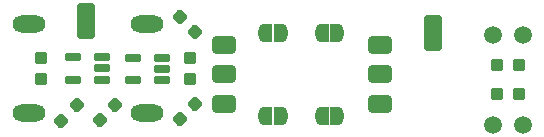
<source format=gbr>
G04 #@! TF.GenerationSoftware,KiCad,Pcbnew,(6.0.6-0)*
G04 #@! TF.CreationDate,2022-11-05T02:28:39-04:00*
G04 #@! TF.ProjectId,Twins Main PCB,5477696e-7320-44d6-9169-6e205043422e,1*
G04 #@! TF.SameCoordinates,Original*
G04 #@! TF.FileFunction,Soldermask,Top*
G04 #@! TF.FilePolarity,Negative*
%FSLAX46Y46*%
G04 Gerber Fmt 4.6, Leading zero omitted, Abs format (unit mm)*
G04 Created by KiCad (PCBNEW (6.0.6-0)) date 2022-11-05 02:28:39*
%MOMM*%
%LPD*%
G01*
G04 APERTURE LIST*
G04 Aperture macros list*
%AMRoundRect*
0 Rectangle with rounded corners*
0 $1 Rounding radius*
0 $2 $3 $4 $5 $6 $7 $8 $9 X,Y pos of 4 corners*
0 Add a 4 corners polygon primitive as box body*
4,1,4,$2,$3,$4,$5,$6,$7,$8,$9,$2,$3,0*
0 Add four circle primitives for the rounded corners*
1,1,$1+$1,$2,$3*
1,1,$1+$1,$4,$5*
1,1,$1+$1,$6,$7*
1,1,$1+$1,$8,$9*
0 Add four rect primitives between the rounded corners*
20,1,$1+$1,$2,$3,$4,$5,0*
20,1,$1+$1,$4,$5,$6,$7,0*
20,1,$1+$1,$6,$7,$8,$9,0*
20,1,$1+$1,$8,$9,$2,$3,0*%
%AMFreePoly0*
4,1,37,0.535921,0.785921,0.550800,0.750000,0.550800,-0.750000,0.535921,-0.785921,0.500000,-0.800800,0.000000,-0.800800,-0.012526,-0.795612,-0.080872,-0.794359,-0.095090,-0.792057,-0.230405,-0.749782,-0.243405,-0.743581,-0.361415,-0.665026,-0.372153,-0.655426,-0.463373,-0.546907,-0.470984,-0.534678,-0.528079,-0.404919,-0.531952,-0.391047,-0.549535,-0.256587,-0.548147,-0.256405,-0.550800,-0.250000,
-0.550800,0.250000,-0.550314,0.251174,-0.550158,0.263925,-0.528347,0.404002,-0.524136,0.417775,-0.463888,0.546100,-0.455980,0.558139,-0.362136,0.664397,-0.351168,0.673732,-0.231273,0.749380,-0.218125,0.755261,-0.081818,0.794218,-0.067547,0.796173,-0.011991,0.795833,0.000000,0.800800,0.500000,0.800800,0.535921,0.785921,0.535921,0.785921,$1*%
%AMFreePoly1*
4,1,37,0.012350,0.795685,0.074215,0.795307,0.088460,0.793178,0.224281,0.752559,0.237356,0.746518,0.356318,0.669411,0.367173,0.659942,0.459711,0.552545,0.467470,0.540411,0.526147,0.411359,0.530190,0.397535,0.550287,0.257202,0.550800,0.250000,0.550800,-0.250000,0.550796,-0.250620,0.550647,-0.262836,0.549947,-0.270644,0.526427,-0.410445,0.522048,-0.424167,0.460236,-0.551746,
0.452182,-0.563686,0.357047,-0.668790,0.345965,-0.677991,0.225155,-0.752168,0.211936,-0.757888,0.075163,-0.795177,0.060870,-0.796957,0.011464,-0.796051,0.000000,-0.800800,-0.500000,-0.800800,-0.535921,-0.785921,-0.550800,-0.750000,-0.550800,0.750000,-0.535921,0.785921,-0.500000,0.800800,0.000000,0.800800,0.012350,0.795685,0.012350,0.795685,$1*%
G04 Aperture macros list end*
%ADD10C,1.501600*%
%ADD11RoundRect,0.288300X0.344715X-0.008839X-0.008839X0.344715X-0.344715X0.008839X0.008839X-0.344715X0*%
%ADD12RoundRect,0.288300X0.008839X0.344715X-0.344715X-0.008839X-0.008839X-0.344715X0.344715X0.008839X0*%
%ADD13RoundRect,0.400800X0.650000X0.350000X-0.650000X0.350000X-0.650000X-0.350000X0.650000X-0.350000X0*%
%ADD14RoundRect,0.288300X-0.008839X-0.344715X0.344715X0.008839X0.008839X0.344715X-0.344715X-0.008839X0*%
%ADD15RoundRect,0.400800X-0.650000X-0.350000X0.650000X-0.350000X0.650000X0.350000X-0.650000X0.350000X0*%
%ADD16RoundRect,0.425800X0.375000X-1.125000X0.375000X1.125000X-0.375000X1.125000X-0.375000X-1.125000X0*%
%ADD17RoundRect,0.750800X-0.625000X0.000000X0.625000X0.000000X0.625000X0.000000X-0.625000X0.000000X0*%
%ADD18RoundRect,0.288300X0.250000X0.237500X-0.250000X0.237500X-0.250000X-0.237500X0.250000X-0.237500X0*%
%ADD19FreePoly0,180.000000*%
%ADD20FreePoly1,180.000000*%
%ADD21RoundRect,0.288300X0.237500X-0.250000X0.237500X0.250000X-0.237500X0.250000X-0.237500X-0.250000X0*%
%ADD22FreePoly0,0.000000*%
%ADD23FreePoly1,0.000000*%
%ADD24RoundRect,0.139300X0.516500X0.206500X-0.516500X0.206500X-0.516500X-0.206500X0.516500X-0.206500X0*%
%ADD25RoundRect,0.288300X-0.237500X0.250000X-0.237500X-0.250000X0.237500X-0.250000X0.237500X0.250000X0*%
G04 APERTURE END LIST*
D10*
X162375000Y-106775000D03*
X162375000Y-99175000D03*
D11*
X134645235Y-98945235D03*
X133354765Y-97654765D03*
D12*
X134645235Y-105004765D03*
X133354765Y-106295235D03*
D10*
X150025000Y-104975000D03*
D13*
X150275000Y-104975000D03*
D14*
X126554765Y-106395235D03*
X127845235Y-105104765D03*
D10*
X159875000Y-99175000D03*
D15*
X137125000Y-102475000D03*
D10*
X137375000Y-102475000D03*
D16*
X154800000Y-98990000D03*
X125370000Y-98010000D03*
D17*
X130600000Y-105775000D03*
D18*
X162062500Y-104150000D03*
X160237500Y-104150000D03*
D13*
X150275000Y-102475000D03*
D10*
X150025000Y-102475000D03*
D19*
X141900000Y-98975000D03*
D20*
X140600000Y-98975000D03*
D17*
X120600000Y-98200000D03*
X130600000Y-98200000D03*
D18*
X162062500Y-101700000D03*
X160237500Y-101700000D03*
D21*
X134225000Y-102912500D03*
X134225000Y-101087500D03*
D14*
X123329765Y-106420235D03*
X124620235Y-105129765D03*
D17*
X120600000Y-105775000D03*
D22*
X145375000Y-98975000D03*
D23*
X146675000Y-98975000D03*
D24*
X131880000Y-102975000D03*
X131880000Y-102025000D03*
X131880000Y-101075000D03*
X129370000Y-101075000D03*
X129370000Y-102975000D03*
D19*
X141900000Y-106050000D03*
D20*
X140600000Y-106050000D03*
D10*
X159875000Y-106775000D03*
D22*
X145375000Y-106050000D03*
D23*
X146675000Y-106050000D03*
D15*
X137125000Y-104975000D03*
D10*
X137375000Y-104975000D03*
D15*
X137125000Y-99975000D03*
D10*
X137375000Y-99975000D03*
D25*
X121625000Y-101087500D03*
X121625000Y-102912500D03*
D13*
X150275000Y-99975000D03*
D10*
X150025000Y-99975000D03*
D24*
X126792500Y-102950000D03*
X126792500Y-102000000D03*
X126792500Y-101050000D03*
X124282500Y-101050000D03*
X124282500Y-102950000D03*
M02*

</source>
